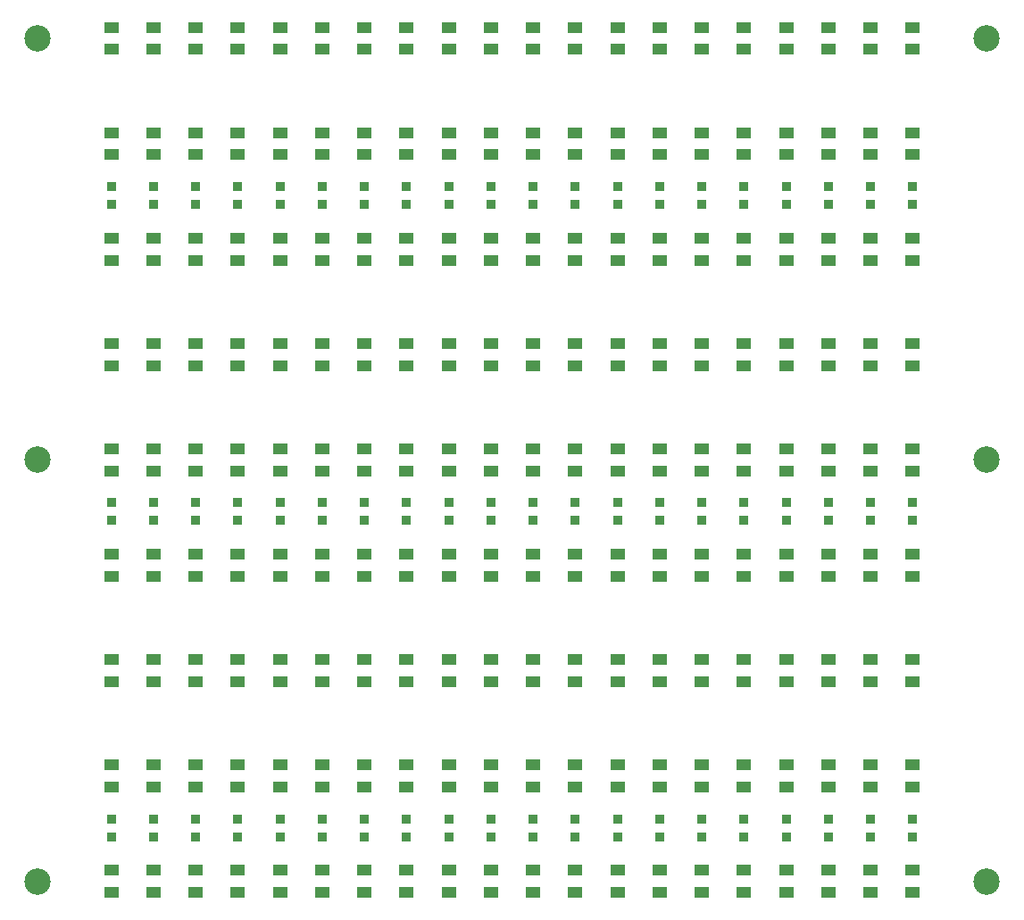
<source format=gtp>
%FSLAX34Y34*%
G04 Gerber Fmt 3.4, Leading zero omitted, Abs format*
G04 (created by PCBNEW (2014-05-18 BZR 4871)-product) date Mon 19 May 2014 03:24:51 PM CEST*
%MOIN*%
G01*
G70*
G90*
G04 APERTURE LIST*
%ADD10C,0.005906*%
%ADD11R,0.051969X0.041575*%
%ADD12R,0.038104X0.034584*%
%ADD13C,0.098425*%
G04 APERTURE END LIST*
G54D10*
G54D11*
X119881Y-67697D03*
X119881Y-68523D03*
G54D12*
X119881Y-65768D03*
X119881Y-66436D03*
G54D11*
X119881Y-63760D03*
X119881Y-64586D03*
X119881Y-59823D03*
X119881Y-60649D03*
X119881Y-55886D03*
X119881Y-56712D03*
G54D12*
X119881Y-53957D03*
X119881Y-54625D03*
G54D11*
X119881Y-51949D03*
X119881Y-52775D03*
X119881Y-48012D03*
X119881Y-48838D03*
G54D12*
X119881Y-42146D03*
X119881Y-42814D03*
G54D11*
X119881Y-44075D03*
X119881Y-44901D03*
X119881Y-40138D03*
X119881Y-40964D03*
X119881Y-36201D03*
X119881Y-37027D03*
X121456Y-36201D03*
X121456Y-37027D03*
X121456Y-40138D03*
X121456Y-40964D03*
X121456Y-44075D03*
X121456Y-44901D03*
G54D12*
X121456Y-42146D03*
X121456Y-42814D03*
G54D11*
X121456Y-48012D03*
X121456Y-48838D03*
X121456Y-51949D03*
X121456Y-52775D03*
G54D12*
X121456Y-53957D03*
X121456Y-54625D03*
G54D11*
X121456Y-55886D03*
X121456Y-56712D03*
X121456Y-59823D03*
X121456Y-60649D03*
X121456Y-63760D03*
X121456Y-64586D03*
G54D12*
X121456Y-65768D03*
X121456Y-66436D03*
G54D11*
X121456Y-67697D03*
X121456Y-68523D03*
X118307Y-67697D03*
X118307Y-68523D03*
G54D12*
X118307Y-65768D03*
X118307Y-66436D03*
G54D11*
X118307Y-63760D03*
X118307Y-64586D03*
X118307Y-59823D03*
X118307Y-60649D03*
X118307Y-55886D03*
X118307Y-56712D03*
G54D12*
X118307Y-53957D03*
X118307Y-54625D03*
G54D11*
X118307Y-51949D03*
X118307Y-52775D03*
X118307Y-48012D03*
X118307Y-48838D03*
G54D12*
X118307Y-42146D03*
X118307Y-42814D03*
G54D11*
X118307Y-44075D03*
X118307Y-44901D03*
X118307Y-40138D03*
X118307Y-40964D03*
X118307Y-36201D03*
X118307Y-37027D03*
X116732Y-36201D03*
X116732Y-37027D03*
X116732Y-40138D03*
X116732Y-40964D03*
X116732Y-44075D03*
X116732Y-44901D03*
G54D12*
X116732Y-42146D03*
X116732Y-42814D03*
G54D11*
X116732Y-48012D03*
X116732Y-48838D03*
X116732Y-51949D03*
X116732Y-52775D03*
G54D12*
X116732Y-53957D03*
X116732Y-54625D03*
G54D11*
X116732Y-55886D03*
X116732Y-56712D03*
X116732Y-59823D03*
X116732Y-60649D03*
X116732Y-63760D03*
X116732Y-64586D03*
G54D12*
X116732Y-65768D03*
X116732Y-66436D03*
G54D11*
X116732Y-67697D03*
X116732Y-68523D03*
X115157Y-67697D03*
X115157Y-68523D03*
G54D12*
X115157Y-65768D03*
X115157Y-66436D03*
G54D11*
X115157Y-63760D03*
X115157Y-64586D03*
X115157Y-59823D03*
X115157Y-60649D03*
X115157Y-55886D03*
X115157Y-56712D03*
G54D12*
X115157Y-53957D03*
X115157Y-54625D03*
G54D11*
X115157Y-51949D03*
X115157Y-52775D03*
X115157Y-48012D03*
X115157Y-48838D03*
G54D12*
X115157Y-42146D03*
X115157Y-42814D03*
G54D11*
X115157Y-44075D03*
X115157Y-44901D03*
X115157Y-40138D03*
X115157Y-40964D03*
X115157Y-36201D03*
X115157Y-37027D03*
X123031Y-36201D03*
X123031Y-37027D03*
X123031Y-40138D03*
X123031Y-40964D03*
X123031Y-44075D03*
X123031Y-44901D03*
G54D12*
X123031Y-42146D03*
X123031Y-42814D03*
G54D11*
X123031Y-48012D03*
X123031Y-48838D03*
X123031Y-51949D03*
X123031Y-52775D03*
G54D12*
X123031Y-53957D03*
X123031Y-54625D03*
G54D11*
X123031Y-55886D03*
X123031Y-56712D03*
X123031Y-59823D03*
X123031Y-60649D03*
X123031Y-63760D03*
X123031Y-64586D03*
G54D12*
X123031Y-65768D03*
X123031Y-66436D03*
G54D11*
X123031Y-67697D03*
X123031Y-68523D03*
X124606Y-67697D03*
X124606Y-68523D03*
G54D12*
X124606Y-65768D03*
X124606Y-66436D03*
G54D11*
X124606Y-63760D03*
X124606Y-64586D03*
X124606Y-59823D03*
X124606Y-60649D03*
X124606Y-55886D03*
X124606Y-56712D03*
G54D12*
X124606Y-53957D03*
X124606Y-54625D03*
G54D11*
X124606Y-51949D03*
X124606Y-52775D03*
X124606Y-48012D03*
X124606Y-48838D03*
G54D12*
X124606Y-42146D03*
X124606Y-42814D03*
G54D11*
X124606Y-44075D03*
X124606Y-44901D03*
X124606Y-40138D03*
X124606Y-40964D03*
X124606Y-36201D03*
X124606Y-37027D03*
X126181Y-36201D03*
X126181Y-37027D03*
X126181Y-40138D03*
X126181Y-40964D03*
X126181Y-44075D03*
X126181Y-44901D03*
G54D12*
X126181Y-42146D03*
X126181Y-42814D03*
G54D11*
X126181Y-48012D03*
X126181Y-48838D03*
X126181Y-51949D03*
X126181Y-52775D03*
G54D12*
X126181Y-53957D03*
X126181Y-54625D03*
G54D11*
X126181Y-55886D03*
X126181Y-56712D03*
X126181Y-59823D03*
X126181Y-60649D03*
X126181Y-63760D03*
X126181Y-64586D03*
G54D12*
X126181Y-65768D03*
X126181Y-66436D03*
G54D11*
X126181Y-67697D03*
X126181Y-68523D03*
X129330Y-67697D03*
X129330Y-68523D03*
G54D12*
X129330Y-65768D03*
X129330Y-66436D03*
G54D11*
X129330Y-63760D03*
X129330Y-64586D03*
X129330Y-59823D03*
X129330Y-60649D03*
X129330Y-55886D03*
X129330Y-56712D03*
G54D12*
X129330Y-53957D03*
X129330Y-54625D03*
G54D11*
X129330Y-51949D03*
X129330Y-52775D03*
X129330Y-48012D03*
X129330Y-48838D03*
G54D12*
X129330Y-42146D03*
X129330Y-42814D03*
G54D11*
X129330Y-44075D03*
X129330Y-44901D03*
X129330Y-40138D03*
X129330Y-40964D03*
X129330Y-36201D03*
X129330Y-37027D03*
X127755Y-36201D03*
X127755Y-37027D03*
X127755Y-40138D03*
X127755Y-40964D03*
X127755Y-44075D03*
X127755Y-44901D03*
G54D12*
X127755Y-42146D03*
X127755Y-42814D03*
G54D11*
X127755Y-48012D03*
X127755Y-48838D03*
X127755Y-51949D03*
X127755Y-52775D03*
G54D12*
X127755Y-53957D03*
X127755Y-54625D03*
G54D11*
X127755Y-55886D03*
X127755Y-56712D03*
X127755Y-59823D03*
X127755Y-60649D03*
X127755Y-63760D03*
X127755Y-64586D03*
G54D12*
X127755Y-65768D03*
X127755Y-66436D03*
G54D11*
X127755Y-67697D03*
X127755Y-68523D03*
X143503Y-67697D03*
X143503Y-68523D03*
G54D12*
X143503Y-65768D03*
X143503Y-66436D03*
G54D11*
X143503Y-63760D03*
X143503Y-64586D03*
X143503Y-59823D03*
X143503Y-60649D03*
X143503Y-55886D03*
X143503Y-56712D03*
G54D12*
X143503Y-53957D03*
X143503Y-54625D03*
G54D11*
X143503Y-51949D03*
X143503Y-52775D03*
X143503Y-48012D03*
X143503Y-48838D03*
G54D12*
X143503Y-42146D03*
X143503Y-42814D03*
G54D11*
X143503Y-44075D03*
X143503Y-44901D03*
X143503Y-40138D03*
X143503Y-40964D03*
X143503Y-36201D03*
X143503Y-37027D03*
X145078Y-36201D03*
X145078Y-37027D03*
X145078Y-40138D03*
X145078Y-40964D03*
X145078Y-44075D03*
X145078Y-44901D03*
G54D12*
X145078Y-42146D03*
X145078Y-42814D03*
G54D11*
X145078Y-48012D03*
X145078Y-48838D03*
X145078Y-51949D03*
X145078Y-52775D03*
G54D12*
X145078Y-53957D03*
X145078Y-54625D03*
G54D11*
X145078Y-55886D03*
X145078Y-56712D03*
X145078Y-59823D03*
X145078Y-60649D03*
X145078Y-63760D03*
X145078Y-64586D03*
G54D12*
X145078Y-65768D03*
X145078Y-66436D03*
G54D11*
X145078Y-67697D03*
X145078Y-68523D03*
X141929Y-67697D03*
X141929Y-68523D03*
G54D12*
X141929Y-65768D03*
X141929Y-66436D03*
G54D11*
X141929Y-63760D03*
X141929Y-64586D03*
X141929Y-59823D03*
X141929Y-60649D03*
X141929Y-55886D03*
X141929Y-56712D03*
G54D12*
X141929Y-53957D03*
X141929Y-54625D03*
G54D11*
X141929Y-51949D03*
X141929Y-52775D03*
X141929Y-48012D03*
X141929Y-48838D03*
G54D12*
X141929Y-42146D03*
X141929Y-42814D03*
G54D11*
X141929Y-44075D03*
X141929Y-44901D03*
X141929Y-40138D03*
X141929Y-40964D03*
X141929Y-36201D03*
X141929Y-37027D03*
X140354Y-36201D03*
X140354Y-37027D03*
X140354Y-40138D03*
X140354Y-40964D03*
X140354Y-44075D03*
X140354Y-44901D03*
G54D12*
X140354Y-42146D03*
X140354Y-42814D03*
G54D11*
X140354Y-48012D03*
X140354Y-48838D03*
X140354Y-51949D03*
X140354Y-52775D03*
G54D12*
X140354Y-53957D03*
X140354Y-54625D03*
G54D11*
X140354Y-55886D03*
X140354Y-56712D03*
X140354Y-59823D03*
X140354Y-60649D03*
X140354Y-63760D03*
X140354Y-64586D03*
G54D12*
X140354Y-65768D03*
X140354Y-66436D03*
G54D11*
X140354Y-67697D03*
X140354Y-68523D03*
X138779Y-67697D03*
X138779Y-68523D03*
G54D12*
X138779Y-65768D03*
X138779Y-66436D03*
G54D11*
X138779Y-63760D03*
X138779Y-64586D03*
X138779Y-59823D03*
X138779Y-60649D03*
X138779Y-55886D03*
X138779Y-56712D03*
G54D12*
X138779Y-53957D03*
X138779Y-54625D03*
G54D11*
X138779Y-51949D03*
X138779Y-52775D03*
X138779Y-48012D03*
X138779Y-48838D03*
G54D12*
X138779Y-42146D03*
X138779Y-42814D03*
G54D11*
X138779Y-44075D03*
X138779Y-44901D03*
X138779Y-40138D03*
X138779Y-40964D03*
X138779Y-36201D03*
X138779Y-37027D03*
X130905Y-36201D03*
X130905Y-37027D03*
X130905Y-40138D03*
X130905Y-40964D03*
X130905Y-44075D03*
X130905Y-44901D03*
G54D12*
X130905Y-42146D03*
X130905Y-42814D03*
G54D11*
X130905Y-48012D03*
X130905Y-48838D03*
X130905Y-51949D03*
X130905Y-52775D03*
G54D12*
X130905Y-53957D03*
X130905Y-54625D03*
G54D11*
X130905Y-55886D03*
X130905Y-56712D03*
X130905Y-59823D03*
X130905Y-60649D03*
X130905Y-63760D03*
X130905Y-64586D03*
G54D12*
X130905Y-65768D03*
X130905Y-66436D03*
G54D11*
X130905Y-67697D03*
X130905Y-68523D03*
X132480Y-67697D03*
X132480Y-68523D03*
G54D12*
X132480Y-65768D03*
X132480Y-66436D03*
G54D11*
X132480Y-63760D03*
X132480Y-64586D03*
X132480Y-59823D03*
X132480Y-60649D03*
X132480Y-55886D03*
X132480Y-56712D03*
G54D12*
X132480Y-53957D03*
X132480Y-54625D03*
G54D11*
X132480Y-51949D03*
X132480Y-52775D03*
X132480Y-48012D03*
X132480Y-48838D03*
G54D12*
X132480Y-42146D03*
X132480Y-42814D03*
G54D11*
X132480Y-44075D03*
X132480Y-44901D03*
X132480Y-40138D03*
X132480Y-40964D03*
X132480Y-36201D03*
X132480Y-37027D03*
X134055Y-36201D03*
X134055Y-37027D03*
X134055Y-40138D03*
X134055Y-40964D03*
X134055Y-44075D03*
X134055Y-44901D03*
G54D12*
X134055Y-42146D03*
X134055Y-42814D03*
G54D11*
X134055Y-48012D03*
X134055Y-48838D03*
X134055Y-51949D03*
X134055Y-52775D03*
G54D12*
X134055Y-53957D03*
X134055Y-54625D03*
G54D11*
X134055Y-55886D03*
X134055Y-56712D03*
X134055Y-59823D03*
X134055Y-60649D03*
X134055Y-63760D03*
X134055Y-64586D03*
G54D12*
X134055Y-65768D03*
X134055Y-66436D03*
G54D11*
X134055Y-67697D03*
X134055Y-68523D03*
X137204Y-67697D03*
X137204Y-68523D03*
G54D12*
X137204Y-65768D03*
X137204Y-66436D03*
G54D11*
X137204Y-63760D03*
X137204Y-64586D03*
X137204Y-59823D03*
X137204Y-60649D03*
X137204Y-55886D03*
X137204Y-56712D03*
G54D12*
X137204Y-53957D03*
X137204Y-54625D03*
G54D11*
X137204Y-51949D03*
X137204Y-52775D03*
X137204Y-48012D03*
X137204Y-48838D03*
G54D12*
X137204Y-42146D03*
X137204Y-42814D03*
G54D11*
X137204Y-44075D03*
X137204Y-44901D03*
X137204Y-40138D03*
X137204Y-40964D03*
X137204Y-36201D03*
X137204Y-37027D03*
G54D13*
X147834Y-68110D03*
X147834Y-36614D03*
X112401Y-68110D03*
X112401Y-36614D03*
X112401Y-52362D03*
X147834Y-52362D03*
G54D11*
X135629Y-36201D03*
X135629Y-37027D03*
X135629Y-40138D03*
X135629Y-40964D03*
X135629Y-44075D03*
X135629Y-44901D03*
G54D12*
X135629Y-42146D03*
X135629Y-42814D03*
G54D11*
X135629Y-48012D03*
X135629Y-48838D03*
X135629Y-51949D03*
X135629Y-52775D03*
G54D12*
X135629Y-53957D03*
X135629Y-54625D03*
G54D11*
X135629Y-55886D03*
X135629Y-56712D03*
X135629Y-59823D03*
X135629Y-60649D03*
X135629Y-63760D03*
X135629Y-64586D03*
G54D12*
X135629Y-65768D03*
X135629Y-66436D03*
G54D11*
X135629Y-67697D03*
X135629Y-68523D03*
M02*

</source>
